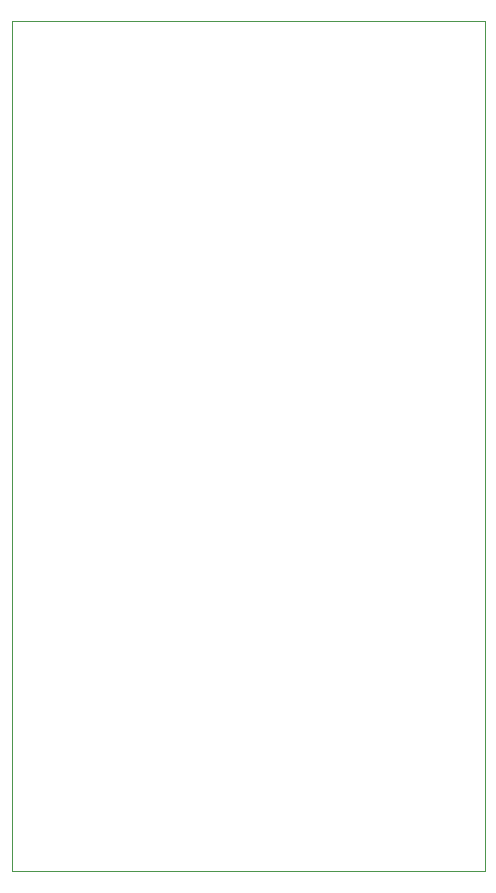
<source format=gm1>
%TF.GenerationSoftware,KiCad,Pcbnew,9.0.6*%
%TF.CreationDate,2025-11-23T20:43:57-05:00*%
%TF.ProjectId,5013-5v,35303133-2d35-4762-9e6b-696361645f70,rev?*%
%TF.SameCoordinates,Original*%
%TF.FileFunction,Profile,NP*%
%FSLAX46Y46*%
G04 Gerber Fmt 4.6, Leading zero omitted, Abs format (unit mm)*
G04 Created by KiCad (PCBNEW 9.0.6) date 2025-11-23 20:43:57*
%MOMM*%
%LPD*%
G01*
G04 APERTURE LIST*
%TA.AperFunction,Profile*%
%ADD10C,0.050000*%
%TD*%
G04 APERTURE END LIST*
D10*
X114000000Y-61800000D02*
X154000000Y-61800000D01*
X154000000Y-133800000D01*
X114000000Y-133800000D01*
X114000000Y-61800000D01*
M02*

</source>
